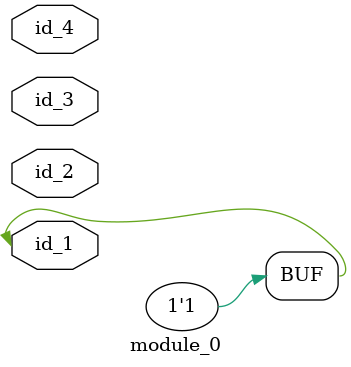
<source format=v>
module module_0 (
    id_1,
    id_2,
    id_3,
    id_4
);
  input id_4;
  input id_3;
  input id_2;
  inout id_1;
  assign id_1 = 1;
endmodule

</source>
